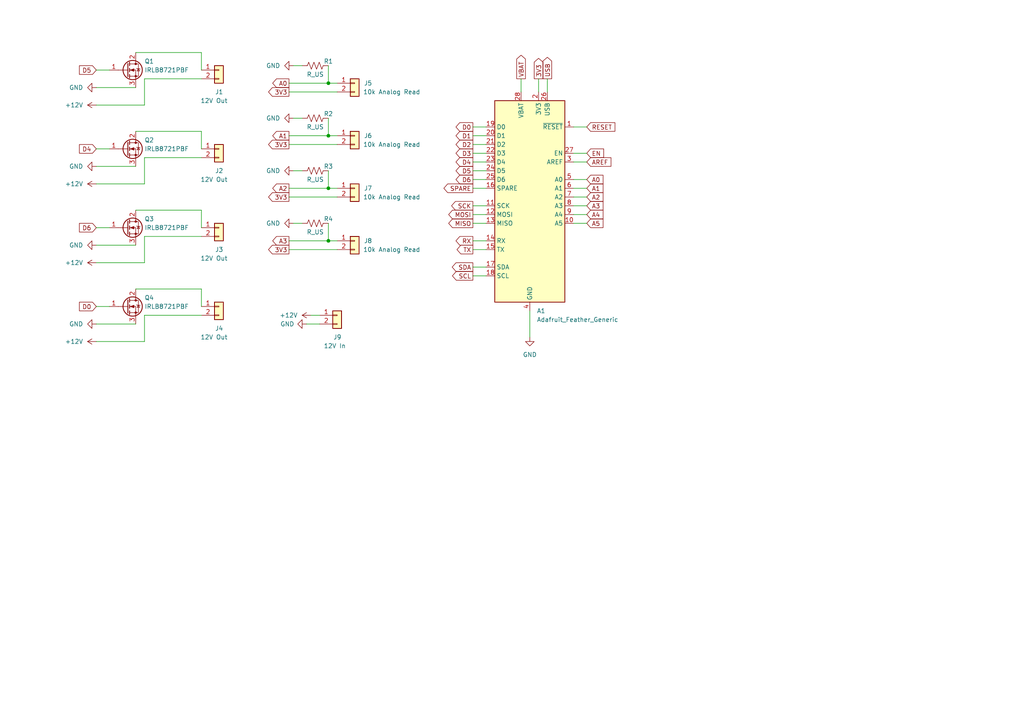
<source format=kicad_sch>
(kicad_sch (version 20211123) (generator eeschema)
  (paper "A4")
  (lib_symbols
    (symbol "Conn_01x02_1" (pin_names (offset 1.016) hide)
      (property "Reference" "J?" (at 1.27 -6.35 0))
      (property "Value" "12V In" (at 2.54 -8.89 0))
      (symbol "Conn_01x02_1_1_1"
        (rectangle (start -1.27 -2.413) (end 0 -2.667) (stroke (width 0.1524)))
        (rectangle (start -1.27 0.127) (end 0 -0.127) (stroke (width 0.1524)))
        (rectangle (start -1.27 1.27) (end 1.27 -3.81) (stroke (width 0.254)) (fill (type background)))
        (pin power_out line (at -5.08 0 0) (length 3.81) (name "12_V_in") (number "1"))
        (pin power_out line (at -5.08 -2.54 0) (length 3.81) (name "GND") (number "2"))
      )
    )
    (symbol "Connector_Generic:Conn_01x02" (pin_names (offset 1.016) hide)
      (property "Reference" "J" (at 0 2.54 0))
      (property "Value" "Conn_01x02" (at 0 -5.08 0))
      (symbol "Conn_01x02_1_1"
        (rectangle (start -1.27 -2.413) (end 0 -2.667) (stroke (width 0.1524)))
        (rectangle (start -1.27 0.127) (end 0 -0.127) (stroke (width 0.1524)))
        (rectangle (start -1.27 1.27) (end 1.27 -3.81) (stroke (width 0.254)) (fill (type background)))
        (pin passive line (at -5.08 0 0) (length 3.81) (name "Pin_1") (number "1"))
        (pin passive line (at -5.08 -2.54 0) (length 3.81) (name "Pin_2") (number "2"))
      )
    )
    (symbol "Device:R_US" (pin_numbers hide) (pin_names (offset 0))
      (property "Reference" "R" (at 2.54 0 90))
      (property "Value" "R_US" (at -2.54 0 90))
      (symbol "R_US_0_1"
        (polyline (pts (xy 0 -2.286) (xy 0 -2.54)))
        (polyline (pts (xy 0 2.286) (xy 0 2.54)))
        (polyline (pts (xy 0 -0.762) (xy 1.016 -1.143) (xy 0 -1.524) (xy -1.016 -1.905) (xy 0 -2.286)))
        (polyline (pts (xy 0 0.762) (xy 1.016 0.381) (xy 0 0) (xy -1.016 -0.381) (xy 0 -0.762)))
        (polyline (pts (xy 0 2.286) (xy 1.016 1.905) (xy 0 1.524) (xy -1.016 1.143) (xy 0 0.762)))
      )
      (symbol "R_US_1_1"
        (pin passive line (at 0 3.81 270) (length 1.27) (name "~") (number "1"))
        (pin passive line (at 0 -3.81 90) (length 1.27) (name "~") (number "2"))
      )
    )
    (symbol "MCU_Module:Adafruit_Feather_Generic"
      (property "Reference" "A" (at -10.16 29.21 0))
      (property "Value" "Adafruit_Feather_Generic" (at 2.54 -31.75 0))
      (symbol "Adafruit_Feather_Generic_0_1"
        (rectangle (start -10.16 27.94) (end 10.16 -30.48) (stroke (width 0.254)) (fill (type background)))
      )
      (symbol "Adafruit_Feather_Generic_1_1"
        (pin input line (at 12.7 20.32 180) (length 2.54) (name "~{RESET}") (number "1"))
        (pin bidirectional line (at 12.7 -7.62 180) (length 2.54) (name "A5") (number "10"))
        (pin bidirectional line (at -12.7 -2.54 0) (length 2.54) (name "SCK") (number "11"))
        (pin bidirectional line (at -12.7 -5.08 0) (length 2.54) (name "MOSI") (number "12"))
        (pin bidirectional line (at -12.7 -7.62 0) (length 2.54) (name "MISO") (number "13"))
        (pin bidirectional line (at -12.7 -12.7 0) (length 2.54) (name "RX") (number "14"))
        (pin bidirectional line (at -12.7 -15.24 0) (length 2.54) (name "TX") (number "15"))
        (pin bidirectional line (at -12.7 2.54 0) (length 2.54) (name "SPARE") (number "16"))
        (pin bidirectional line (at -12.7 -20.32 0) (length 2.54) (name "SDA") (number "17"))
        (pin bidirectional line (at -12.7 -22.86 0) (length 2.54) (name "SCL") (number "18"))
        (pin bidirectional line (at -12.7 20.32 0) (length 2.54) (name "D0") (number "19"))
        (pin power_in line (at 2.54 30.48 270) (length 2.54) (name "3V3") (number "2"))
        (pin bidirectional line (at -12.7 17.78 0) (length 2.54) (name "D1") (number "20"))
        (pin bidirectional line (at -12.7 15.24 0) (length 2.54) (name "D2") (number "21"))
        (pin bidirectional line (at -12.7 12.7 0) (length 2.54) (name "D3") (number "22"))
        (pin bidirectional line (at -12.7 10.16 0) (length 2.54) (name "D4") (number "23"))
        (pin bidirectional line (at -12.7 7.62 0) (length 2.54) (name "D5") (number "24"))
        (pin bidirectional line (at -12.7 5.08 0) (length 2.54) (name "D6") (number "25"))
        (pin power_in line (at 5.08 30.48 270) (length 2.54) (name "USB") (number "26"))
        (pin input line (at 12.7 12.7 180) (length 2.54) (name "EN") (number "27"))
        (pin power_in line (at -2.54 30.48 270) (length 2.54) (name "VBAT") (number "28"))
        (pin input line (at 12.7 10.16 180) (length 2.54) (name "AREF") (number "3"))
        (pin power_in line (at 0 -33.02 90) (length 2.54) (name "GND") (number "4"))
        (pin bidirectional line (at 12.7 5.08 180) (length 2.54) (name "A0") (number "5"))
        (pin bidirectional line (at 12.7 2.54 180) (length 2.54) (name "A1") (number "6"))
        (pin bidirectional line (at 12.7 0 180) (length 2.54) (name "A2") (number "7"))
        (pin bidirectional line (at 12.7 -2.54 180) (length 2.54) (name "A3") (number "8"))
        (pin bidirectional line (at 12.7 -5.08 180) (length 2.54) (name "A4") (number "9"))
      )
    )
    (symbol "Transistor_FET:IRLB8721PBF" (pin_names hide)
      (property "Reference" "Q" (at 6.35 1.905 0))
      (property "Value" "IRLB8721PBF" (at 6.35 0 0))
      (symbol "IRLB8721PBF_0_1"
        (polyline (pts (xy 0.254 0) (xy -2.54 0)))
        (polyline (pts (xy 0.254 1.905) (xy 0.254 -1.905)) (stroke (width 0.254)))
        (polyline (pts (xy 0.762 -1.27) (xy 0.762 -2.286)) (stroke (width 0.254)))
        (polyline (pts (xy 0.762 0.508) (xy 0.762 -0.508)) (stroke (width 0.254)))
        (polyline (pts (xy 0.762 2.286) (xy 0.762 1.27)) (stroke (width 0.254)))
        (polyline (pts (xy 2.54 2.54) (xy 2.54 1.778)))
        (polyline (pts (xy 2.54 -2.54) (xy 2.54 0) (xy 0.762 0)))
        (polyline (pts (xy 0.762 -1.778) (xy 3.302 -1.778) (xy 3.302 1.778) (xy 0.762 1.778)))
        (polyline (pts (xy 1.016 0) (xy 2.032 0.381) (xy 2.032 -0.381) (xy 1.016 0)) (fill (type outline)))
        (polyline (pts (xy 2.794 0.508) (xy 2.921 0.381) (xy 3.683 0.381) (xy 3.81 0.254)))
        (polyline (pts (xy 3.302 0.381) (xy 2.921 -0.254) (xy 3.683 -0.254) (xy 3.302 0.381)))
        (circle (center 1.651 0) (radius 2.794) (stroke (width 0.254)))
        (circle (center 2.54 -1.778) (radius 0.254) (fill (type outline)))
        (circle (center 2.54 1.778) (radius 0.254) (fill (type outline)))
      )
      (symbol "IRLB8721PBF_1_1"
        (pin input line (at -5.08 0 0) (length 2.54) (name "G") (number "1"))
        (pin passive line (at 2.54 5.08 270) (length 2.54) (name "D") (number "2"))
        (pin passive line (at 2.54 -5.08 90) (length 2.54) (name "S") (number "3"))
      )
    )
    (symbol "power:+12V" (power) (pin_names (offset 0))
      (property "Value" "+12V" (at 0 3.556 0))
      (symbol "+12V_0_1"
        (polyline (pts (xy -0.762 1.27) (xy 0 2.54)))
        (polyline (pts (xy 0 0) (xy 0 2.54)))
        (polyline (pts (xy 0 2.54) (xy 0.762 1.27)))
      )
      (symbol "+12V_1_1"
        (pin power_in line (at 0 0 90) (length 0) hide (name "+12V") (number "1"))
      )
    )
    (symbol "power:GND" (power) (pin_names (offset 0))
      (property "Value" "GND" (at 0 -3.81 0))
      (symbol "GND_0_1"
        (polyline (pts (xy 0 0) (xy 0 -1.27) (xy 1.27 -1.27) (xy 0 -2.54) (xy -1.27 -1.27) (xy 0 -1.27)))
      )
      (symbol "GND_1_1"
        (pin power_in line (at 0 0 270) (length 0) hide (name "GND") (number "1"))
      )
    )
  )
  (junction (at 95.25 24.13))
  (junction (at 95.25 69.85))
  (junction (at 95.25 54.61))
  (junction (at 95.25 39.37))
  (wire (pts (xy 27.94 88.9) (xy 31.75 88.9)))
  (wire (pts (xy 137.16 77.47) (xy 140.97 77.47)))
  (wire (pts (xy 39.37 93.98) (xy 27.94 93.98)))
  (wire (pts (xy 137.16 59.69) (xy 140.97 59.69)))
  (wire (pts (xy 166.37 46.99) (xy 170.18 46.99)))
  (wire (pts (xy 137.16 52.07) (xy 140.97 52.07)))
  (wire (pts (xy 156.21 22.86) (xy 156.21 26.67)))
  (wire (pts (xy 58.42 60.96) (xy 58.42 66.04)))
  (wire (pts (xy 83.82 39.37) (xy 95.25 39.37)))
  (wire (pts (xy 137.16 39.37) (xy 140.97 39.37)))
  (wire (pts (xy 83.82 57.15) (xy 97.79 57.15)))
  (wire (pts (xy 85.09 49.53) (xy 87.63 49.53)))
  (wire (pts (xy 166.37 36.83) (xy 170.18 36.83)))
  (wire (pts (xy 27.94 20.32) (xy 31.75 20.32)))
  (wire (pts (xy 58.42 45.72) (xy 41.91 45.72)))
  (wire (pts (xy 166.37 64.77) (xy 170.18 64.77)))
  (wire (pts (xy 27.94 43.18) (xy 31.75 43.18)))
  (wire (pts (xy 39.37 83.82) (xy 58.42 83.82)))
  (wire (pts (xy 137.16 69.85) (xy 140.97 69.85)))
  (wire (pts (xy 85.09 64.77) (xy 87.63 64.77)))
  (wire (pts (xy 90.17 91.44) (xy 92.71 91.44)))
  (wire (pts (xy 95.25 24.13) (xy 97.79 24.13)))
  (wire (pts (xy 83.82 54.61) (xy 95.25 54.61)))
  (wire (pts (xy 58.42 83.82) (xy 58.42 88.9)))
  (wire (pts (xy 41.91 68.58) (xy 41.91 76.2)))
  (wire (pts (xy 137.16 36.83) (xy 140.97 36.83)))
  (wire (pts (xy 137.16 54.61) (xy 140.97 54.61)))
  (wire (pts (xy 137.16 41.91) (xy 140.97 41.91)))
  (wire (pts (xy 27.94 99.06) (xy 41.91 99.06)))
  (wire (pts (xy 58.42 15.24) (xy 58.42 20.32)))
  (wire (pts (xy 151.13 22.86) (xy 151.13 26.67)))
  (wire (pts (xy 27.94 76.2) (xy 41.91 76.2)))
  (wire (pts (xy 58.42 22.86) (xy 41.91 22.86)))
  (wire (pts (xy 83.82 26.67) (xy 97.79 26.67)))
  (wire (pts (xy 137.16 64.77) (xy 140.97 64.77)))
  (wire (pts (xy 39.37 60.96) (xy 58.42 60.96)))
  (wire (pts (xy 95.25 69.85) (xy 97.79 69.85)))
  (wire (pts (xy 39.37 38.1) (xy 58.42 38.1)))
  (wire (pts (xy 83.82 69.85) (xy 95.25 69.85)))
  (wire (pts (xy 158.75 22.86) (xy 158.75 26.67)))
  (wire (pts (xy 41.91 91.44) (xy 41.91 99.06)))
  (wire (pts (xy 88.9 93.98) (xy 92.71 93.98)))
  (wire (pts (xy 39.37 15.24) (xy 58.42 15.24)))
  (wire (pts (xy 83.82 41.91) (xy 97.79 41.91)))
  (wire (pts (xy 85.09 19.05) (xy 87.63 19.05)))
  (wire (pts (xy 85.09 34.29) (xy 87.63 34.29)))
  (wire (pts (xy 58.42 38.1) (xy 58.42 43.18)))
  (wire (pts (xy 95.25 24.13) (xy 95.25 19.05)))
  (wire (pts (xy 39.37 25.4) (xy 27.94 25.4)))
  (wire (pts (xy 95.25 39.37) (xy 95.25 34.29)))
  (wire (pts (xy 27.94 66.04) (xy 31.75 66.04)))
  (wire (pts (xy 39.37 71.12) (xy 27.94 71.12)))
  (wire (pts (xy 95.25 54.61) (xy 95.25 49.53)))
  (wire (pts (xy 27.94 53.34) (xy 41.91 53.34)))
  (wire (pts (xy 39.37 48.26) (xy 27.94 48.26)))
  (wire (pts (xy 137.16 49.53) (xy 140.97 49.53)))
  (wire (pts (xy 27.94 30.48) (xy 41.91 30.48)))
  (wire (pts (xy 137.16 46.99) (xy 140.97 46.99)))
  (wire (pts (xy 166.37 44.45) (xy 170.18 44.45)))
  (wire (pts (xy 137.16 44.45) (xy 140.97 44.45)))
  (wire (pts (xy 95.25 54.61) (xy 97.79 54.61)))
  (wire (pts (xy 166.37 57.15) (xy 170.18 57.15)))
  (wire (pts (xy 83.82 24.13) (xy 95.25 24.13)))
  (wire (pts (xy 58.42 68.58) (xy 41.91 68.58)))
  (wire (pts (xy 58.42 91.44) (xy 41.91 91.44)))
  (wire (pts (xy 137.16 72.39) (xy 140.97 72.39)))
  (wire (pts (xy 95.25 39.37) (xy 97.79 39.37)))
  (wire (pts (xy 95.25 69.85) (xy 95.25 64.77)))
  (wire (pts (xy 41.91 45.72) (xy 41.91 53.34)))
  (wire (pts (xy 166.37 59.69) (xy 170.18 59.69)))
  (wire (pts (xy 137.16 80.01) (xy 140.97 80.01)))
  (wire (pts (xy 166.37 54.61) (xy 170.18 54.61)))
  (wire (pts (xy 41.91 22.86) (xy 41.91 30.48)))
  (wire (pts (xy 137.16 62.23) (xy 140.97 62.23)))
  (wire (pts (xy 166.37 52.07) (xy 170.18 52.07)))
  (wire (pts (xy 153.67 90.17) (xy 153.67 97.79)))
  (wire (pts (xy 83.82 72.39) (xy 97.79 72.39)))
  (wire (pts (xy 166.37 62.23) (xy 170.18 62.23)))
  (global_label "A2" (shape output) (at 83.82 54.61 180) (property "Intersheet References" "${INTERSHEET_REFS}" (effects hide)))
  (global_label "AREF" (shape input) (at 170.18 46.99 0) (property "Intersheet References" "${INTERSHEET_REFS}" (effects hide)))
  (global_label "3V3" (shape output) (at 83.82 57.15 180) (property "Intersheet References" "${INTERSHEET_REFS}" (effects hide)))
  (global_label "RX" (shape output) (at 137.16 69.85 180) (property "Intersheet References" "${INTERSHEET_REFS}" (effects hide)))
  (global_label "SCL" (shape output) (at 137.16 80.01 180) (property "Intersheet References" "${INTERSHEET_REFS}" (effects hide)))
  (global_label "D6" (shape output) (at 137.16 52.07 180) (property "Intersheet References" "${INTERSHEET_REFS}" (effects hide)))
  (global_label "A3" (shape input) (at 170.18 59.69 0) (property "Intersheet References" "${INTERSHEET_REFS}" (effects hide)))
  (global_label "3V3" (shape output) (at 83.82 26.67 180) (property "Intersheet References" "${INTERSHEET_REFS}" (effects hide)))
  (global_label "VBAT" (shape output) (at 151.13 22.86 90) (property "Intersheet References" "${INTERSHEET_REFS}" (effects hide)))
  (global_label "D2" (shape output) (at 137.16 41.91 180) (property "Intersheet References" "${INTERSHEET_REFS}" (effects hide)))
  (global_label "MOSI" (shape output) (at 137.16 62.23 180) (property "Intersheet References" "${INTERSHEET_REFS}" (effects hide)))
  (global_label "A2" (shape input) (at 170.18 57.15 0) (property "Intersheet References" "${INTERSHEET_REFS}" (effects hide)))
  (global_label "3V3" (shape output) (at 156.21 22.86 90) (property "Intersheet References" "${INTERSHEET_REFS}" (effects hide)))
  (global_label "3V3" (shape output) (at 83.82 72.39 180) (property "Intersheet References" "${INTERSHEET_REFS}" (effects hide)))
  (global_label "MISO" (shape output) (at 137.16 64.77 180) (property "Intersheet References" "${INTERSHEET_REFS}" (effects hide)))
  (global_label "D6" (shape input) (at 27.94 66.04 180) (property "Intersheet References" "${INTERSHEET_REFS}" (effects hide)))
  (global_label "D1" (shape output) (at 137.16 39.37 180) (property "Intersheet References" "${INTERSHEET_REFS}" (effects hide)))
  (global_label "D5" (shape output) (at 137.16 49.53 180) (property "Intersheet References" "${INTERSHEET_REFS}" (effects hide)))
  (global_label "D3" (shape output) (at 137.16 44.45 180) (property "Intersheet References" "${INTERSHEET_REFS}" (effects hide)))
  (global_label "A5" (shape input) (at 170.18 64.77 0) (property "Intersheet References" "${INTERSHEET_REFS}" (effects hide)))
  (global_label "EN" (shape input) (at 170.18 44.45 0) (property "Intersheet References" "${INTERSHEET_REFS}" (effects hide)))
  (global_label "A1" (shape input) (at 170.18 54.61 0) (property "Intersheet References" "${INTERSHEET_REFS}" (effects hide)))
  (global_label "A3" (shape output) (at 83.82 69.85 180) (property "Intersheet References" "${INTERSHEET_REFS}" (effects hide)))
  (global_label "3V3" (shape output) (at 83.82 41.91 180) (property "Intersheet References" "${INTERSHEET_REFS}" (effects hide)))
  (global_label "A1" (shape output) (at 83.82 39.37 180) (property "Intersheet References" "${INTERSHEET_REFS}" (effects hide)))
  (global_label "A0" (shape output) (at 83.82 24.13 180) (property "Intersheet References" "${INTERSHEET_REFS}" (effects hide)))
  (global_label "SCK" (shape output) (at 137.16 59.69 180) (property "Intersheet References" "${INTERSHEET_REFS}" (effects hide)))
  (global_label "D0" (shape input) (at 27.94 88.9 180) (property "Intersheet References" "${INTERSHEET_REFS}" (effects hide)))
  (global_label "SDA" (shape output) (at 137.16 77.47 180) (property "Intersheet References" "${INTERSHEET_REFS}" (effects hide)))
  (global_label "TX" (shape output) (at 137.16 72.39 180) (property "Intersheet References" "${INTERSHEET_REFS}" (effects hide)))
  (global_label "D5" (shape input) (at 27.94 20.32 180) (property "Intersheet References" "${INTERSHEET_REFS}" (effects hide)))
  (global_label "D4" (shape output) (at 137.16 46.99 180) (property "Intersheet References" "${INTERSHEET_REFS}" (effects hide)))
  (global_label "SPARE" (shape output) (at 137.16 54.61 180) (property "Intersheet References" "${INTERSHEET_REFS}" (effects hide)))
  (global_label "D0" (shape output) (at 137.16 36.83 180) (property "Intersheet References" "${INTERSHEET_REFS}" (effects hide)))
  (global_label "RESET" (shape input) (at 170.18 36.83 0) (property "Intersheet References" "${INTERSHEET_REFS}" (effects hide)))
  (global_label "A4" (shape input) (at 170.18 62.23 0) (property "Intersheet References" "${INTERSHEET_REFS}" (effects hide)))
  (global_label "D4" (shape input) (at 27.94 43.18 180) (property "Intersheet References" "${INTERSHEET_REFS}" (effects hide)))
  (global_label "A0" (shape input) (at 170.18 52.07 0) (property "Intersheet References" "${INTERSHEET_REFS}" (effects hide)))
  (global_label "USB" (shape output) (at 158.75 22.86 90) (property "Intersheet References" "${INTERSHEET_REFS}" (effects hide)))
  (symbol (lib_id "power:+12V") (at 90.17 91.44 90) (unit 1)
    (property "Reference" "#PWR0108" (effects hide))
    (property "Value" "+12V" (at 86.36 91.4399 90) (effects (justify left)))
  )
  (symbol (lib_id "Device:R_US") (at 91.44 49.53 270) (unit 1)
    (property "Reference" "R3" (at 95.25 48.26 90))
    (property "Value" "R_US" (at 91.44 52.07 90))
    (property "Footprint" "Resistor_THT:R_Axial_DIN0204_L3.6mm_D1.6mm_P7.62mm_Horizontal" (effects hide))
  )
  (symbol (lib_id "Connector_Generic:Conn_01x02") (at 63.5 43.18 0) (unit 1)
    (property "Reference" "J2" (at 64.77 49.53 0) (effects (justify right)))
    (property "Value" "12V Out" (at 66.04 52.07 0) (effects (justify right)))
    (property "Footprint" "Connector_AMASS:AMASS_XT30U-M_1x02_P5.0mm_Vertical" (effects hide))
  )
  (symbol (lib_id "Transistor_FET:IRLB8721PBF") (at 36.83 88.9 0) (unit 1)
    (property "Reference" "Q4" (at 41.91 86.36 0) (effects (justify left)))
    (property "Value" "IRLB8721PBF" (at 41.91 88.9 0) (effects (justify left)))
    (property "Footprint" "Package_TO_SOT_THT:TO-220-3_Vertical" (effects hide))
    (property "Datasheet" "http://www.infineon.com/dgdl/irlb8721pbf.pdf?fileId=5546d462533600a40153566056732591" (effects hide))
  )
  (symbol (lib_id "power:+12V") (at 27.94 99.06 90) (unit 1)
    (property "Reference" "#PWR06" (effects hide))
    (property "Value" "+12V" (at 24.13 99.0599 90) (effects (justify left)))
  )
  (symbol (lib_id "Device:R_US") (at 91.44 34.29 270) (unit 1)
    (property "Reference" "R2" (at 95.25 33.02 90))
    (property "Value" "R_US" (at 91.44 36.83 90))
    (property "Footprint" "Resistor_THT:R_Axial_DIN0204_L3.6mm_D1.6mm_P7.62mm_Horizontal" (effects hide))
  )
  (symbol (lib_id "Connector_Generic:Conn_01x02") (at 102.87 39.37 0) (unit 1)
    (property "Reference" "J6" (at 107.95 39.37 0) (effects (justify right)))
    (property "Value" "10k Analog Read" (at 121.92 41.91 0) (effects (justify right)))
    (property "Footprint" "Connector_JST:JST_PH_B2B-PH-K_1x02_P2.00mm_Vertical" (effects hide))
  )
  (symbol (lib_id "power:GND") (at 85.09 34.29 270) (unit 1)
    (property "Reference" "#PWR0101" (effects hide))
    (property "Value" "GND" (at 81.28 34.2899 90) (effects (justify right)))
  )
  (symbol (lib_id "power:GND") (at 85.09 64.77 270) (unit 1)
    (property "Reference" "#PWR0106" (effects hide))
    (property "Value" "GND" (at 81.28 64.7699 90) (effects (justify right)))
  )
  (symbol (lib_id "Transistor_FET:IRLB8721PBF") (at 36.83 43.18 0) (unit 1)
    (property "Reference" "Q2" (at 41.91 40.64 0) (effects (justify left)))
    (property "Value" "IRLB8721PBF" (at 41.91 43.18 0) (effects (justify left)))
    (property "Footprint" "Package_TO_SOT_THT:TO-220-3_Vertical" (effects hide))
    (property "Datasheet" "http://www.infineon.com/dgdl/irlb8721pbf.pdf?fileId=5546d462533600a40153566056732591" (effects hide))
  )
  (symbol (lib_id "power:GND") (at 85.09 49.53 270) (unit 1)
    (property "Reference" "#PWR0105" (effects hide))
    (property "Value" "GND" (at 81.28 49.5299 90) (effects (justify right)))
  )
  (symbol (lib_name "Conn_01x02_1") (lib_id "Connector_Generic:Conn_01x02") (at 97.79 91.44 0) (unit 1)
    (property "Reference" "J9" (at 99.06 97.79 0) (effects (justify right)))
    (property "Value" "12V In" (at 100.33 100.33 0) (effects (justify right)))
    (property "Footprint" "Connector_AMASS:AMASS_XT30U-F_1x02_P5.0mm_Vertical" (effects hide))
  )
  (symbol (lib_id "Connector_Generic:Conn_01x02") (at 63.5 88.9 0) (unit 1)
    (property "Reference" "J4" (at 64.77 95.25 0) (effects (justify right)))
    (property "Value" "12V Out" (at 66.04 97.79 0) (effects (justify right)))
    (property "Footprint" "Connector_AMASS:AMASS_XT30U-M_1x02_P5.0mm_Vertical" (effects hide))
  )
  (symbol (lib_id "Connector_Generic:Conn_01x02") (at 63.5 66.04 0) (unit 1)
    (property "Reference" "J3" (at 64.77 72.39 0) (effects (justify right)))
    (property "Value" "12V Out" (at 66.04 74.93 0) (effects (justify right)))
    (property "Footprint" "Connector_AMASS:AMASS_XT30U-M_1x02_P5.0mm_Vertical" (effects hide))
  )
  (symbol (lib_id "Device:R_US") (at 91.44 64.77 270) (unit 1)
    (property "Reference" "R4" (at 95.25 63.5 90))
    (property "Value" "R_US" (at 91.44 67.31 90))
    (property "Footprint" "Resistor_THT:R_Axial_DIN0204_L3.6mm_D1.6mm_P7.62mm_Horizontal" (effects hide))
  )
  (symbol (lib_id "Connector_Generic:Conn_01x02") (at 102.87 54.61 0) (unit 1)
    (property "Reference" "J7" (at 107.95 54.61 0) (effects (justify right)))
    (property "Value" "10k Analog Read" (at 121.92 57.15 0) (effects (justify right)))
    (property "Footprint" "Connector_JST:JST_PH_B2B-PH-K_1x02_P2.00mm_Vertical" (effects hide))
  )
  (symbol (lib_id "Connector_Generic:Conn_01x02") (at 102.87 24.13 0) (unit 1)
    (property "Reference" "J5" (at 107.95 24.13 0) (effects (justify right)))
    (property "Value" "10k Analog Read" (at 121.92 26.67 0) (effects (justify right)))
    (property "Footprint" "Connector_JST:JST_PH_B2B-PH-K_1x02_P2.00mm_Vertical" (effects hide))
  )
  (symbol (lib_id "Device:R_US") (at 91.44 19.05 270) (unit 1)
    (property "Reference" "R1" (at 95.25 17.78 90))
    (property "Value" "R_US" (at 91.44 21.59 90))
    (property "Footprint" "Resistor_THT:R_Axial_DIN0204_L3.6mm_D1.6mm_P7.62mm_Horizontal" (effects hide))
  )
  (symbol (lib_id "Connector_Generic:Conn_01x02") (at 63.5 20.32 0) (unit 1)
    (property "Reference" "J1" (at 64.77 26.67 0) (effects (justify right)))
    (property "Value" "12V Out" (at 66.04 29.21 0) (effects (justify right)))
    (property "Footprint" "Connector_AMASS:AMASS_XT30U-M_1x02_P5.0mm_Vertical" (effects hide))
  )
  (symbol (lib_id "power:GND") (at 27.94 71.12 270) (unit 1)
    (property "Reference" "#PWR03" (effects hide))
    (property "Value" "GND" (at 24.13 71.1199 90) (effects (justify right)))
  )
  (symbol (lib_id "Transistor_FET:IRLB8721PBF") (at 36.83 66.04 0) (unit 1)
    (property "Reference" "Q3" (at 41.91 63.5 0) (effects (justify left)))
    (property "Value" "IRLB8721PBF" (at 41.91 66.04 0) (effects (justify left)))
    (property "Footprint" "Package_TO_SOT_THT:TO-220-3_Vertical" (effects hide))
    (property "Datasheet" "http://www.infineon.com/dgdl/irlb8721pbf.pdf?fileId=5546d462533600a40153566056732591" (effects hide))
  )
  (symbol (lib_id "power:+12V") (at 27.94 76.2 90) (unit 1)
    (property "Reference" "#PWR04" (effects hide))
    (property "Value" "+12V" (at 24.13 76.1999 90) (effects (justify left)))
  )
  (symbol (lib_id "power:GND") (at 27.94 48.26 270) (unit 1)
    (property "Reference" "#PWR01" (effects hide))
    (property "Value" "GND" (at 24.13 48.2599 90) (effects (justify right)))
  )
  (symbol (lib_id "power:GND") (at 27.94 25.4 270) (unit 1)
    (property "Reference" "#PWR0103" (effects hide))
    (property "Value" "GND" (at 24.13 25.3999 90) (effects (justify right)))
  )
  (symbol (lib_id "power:+12V") (at 27.94 53.34 90) (unit 1)
    (property "Reference" "#PWR02" (effects hide))
    (property "Value" "+12V" (at 24.13 53.3399 90) (effects (justify left)))
  )
  (symbol (lib_id "power:GND") (at 85.09 19.05 270) (unit 1)
    (property "Reference" "#PWR0107" (effects hide))
    (property "Value" "GND" (at 81.28 19.0499 90) (effects (justify right)))
  )
  (symbol (lib_id "power:+12V") (at 27.94 30.48 90) (unit 1)
    (property "Reference" "#PWR0102" (effects hide))
    (property "Value" "+12V" (at 24.13 30.4799 90) (effects (justify left)))
  )
  (symbol (lib_id "power:GND") (at 27.94 93.98 270) (unit 1)
    (property "Reference" "#PWR05" (effects hide))
    (property "Value" "GND" (at 24.13 93.9799 90) (effects (justify right)))
  )
  (symbol (lib_id "power:GND") (at 88.9 93.98 270) (unit 1)
    (property "Reference" "#PWR0109" (effects hide))
    (property "Value" "GND" (at 81.28 93.98 90) (effects (justify left)))
  )
  (symbol (lib_id "Connector_Generic:Conn_01x02") (at 102.87 69.85 0) (unit 1)
    (property "Reference" "J8" (at 107.95 69.85 0) (effects (justify right)))
    (property "Value" "10k Analog Read" (at 121.92 72.39 0) (effects (justify right)))
    (property "Footprint" "Connector_JST:JST_PH_B2B-PH-K_1x02_P2.00mm_Vertical" (effects hide))
  )
  (symbol (lib_id "power:GND") (at 153.67 97.79 0) (unit 1)
    (property "Reference" "#PWR0104" (effects hide))
    (property "Value" "GND" (at 153.67 102.87 0))
  )
  (symbol (lib_id "Transistor_FET:IRLB8721PBF") (at 36.83 20.32 0) (unit 1)
    (property "Reference" "Q1" (at 41.91 17.78 0) (effects (justify left)))
    (property "Value" "IRLB8721PBF" (at 41.91 20.32 0) (effects (justify left)))
    (property "Footprint" "Package_TO_SOT_THT:TO-220-3_Vertical" (effects hide))
    (property "Datasheet" "http://www.infineon.com/dgdl/irlb8721pbf.pdf?fileId=5546d462533600a40153566056732591" (effects hide))
  )
  (symbol (lib_id "MCU_Module:Adafruit_Feather_Generic") (at 153.67 57.15 0) (unit 1)
    (property "Reference" "A1" (at 155.6894 90.17 0) (effects (justify left)))
    (property "Value" "Adafruit_Feather_Generic" (at 155.6894 92.71 0) (effects (justify left)))
    (property "Footprint" "Module:Adafruit_Feather" (effects hide))
    (property "Datasheet" "https://cdn-learn.adafruit.com/downloads/pdf/adafruit-feather.pdf" (effects hide))
  )
)
</source>
